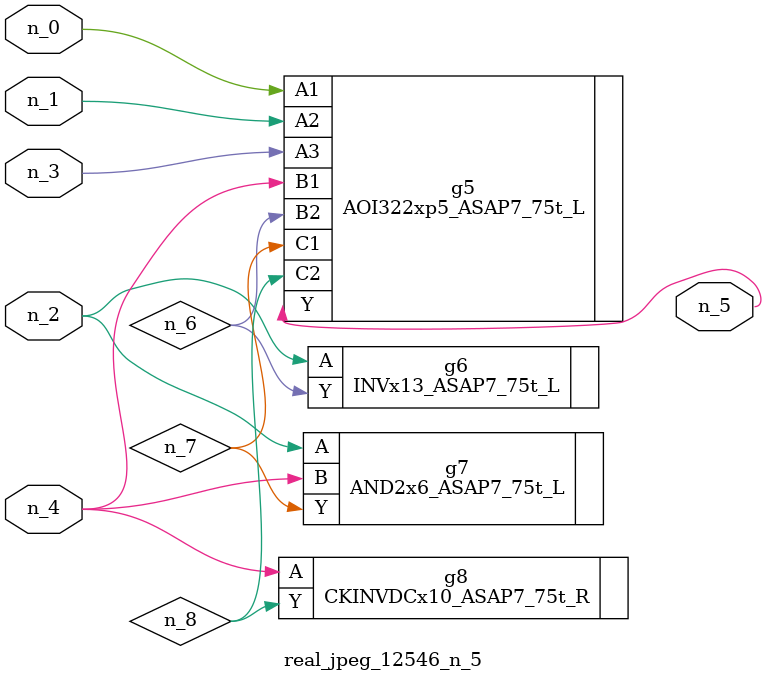
<source format=v>
module real_jpeg_12546_n_5 (n_4, n_0, n_1, n_2, n_3, n_5);

input n_4;
input n_0;
input n_1;
input n_2;
input n_3;

output n_5;

wire n_8;
wire n_6;
wire n_7;

AOI322xp5_ASAP7_75t_L g5 ( 
.A1(n_0),
.A2(n_1),
.A3(n_3),
.B1(n_4),
.B2(n_6),
.C1(n_7),
.C2(n_8),
.Y(n_5)
);

INVx13_ASAP7_75t_L g6 ( 
.A(n_2),
.Y(n_6)
);

AND2x6_ASAP7_75t_L g7 ( 
.A(n_2),
.B(n_4),
.Y(n_7)
);

CKINVDCx10_ASAP7_75t_R g8 ( 
.A(n_4),
.Y(n_8)
);


endmodule
</source>
